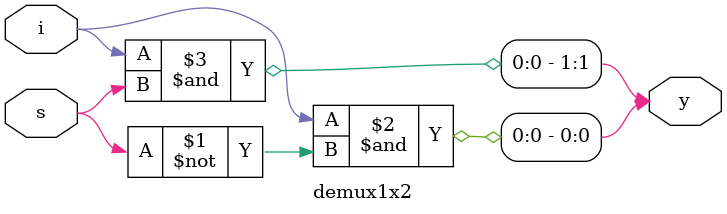
<source format=v>
module demux1x2(i,s,y);
  
  input i;
  input s;
  output [1:0] y;

  assign y[0] = i&~s;
  assign y[1] = i&s;
  
endmodule
</source>
